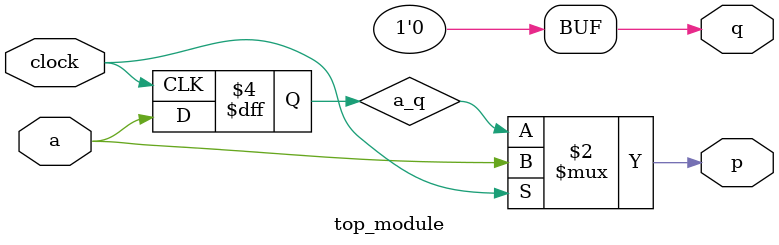
<source format=v>
module top_module (
    input clock,
    input a,
    output p,
    output q=0 );
    reg a_q;

    always@(negedge clock)begin
        a_q <= a;
        q <= a;
    end
    
    assign p = clock?a:a_q;
endmodule

</source>
